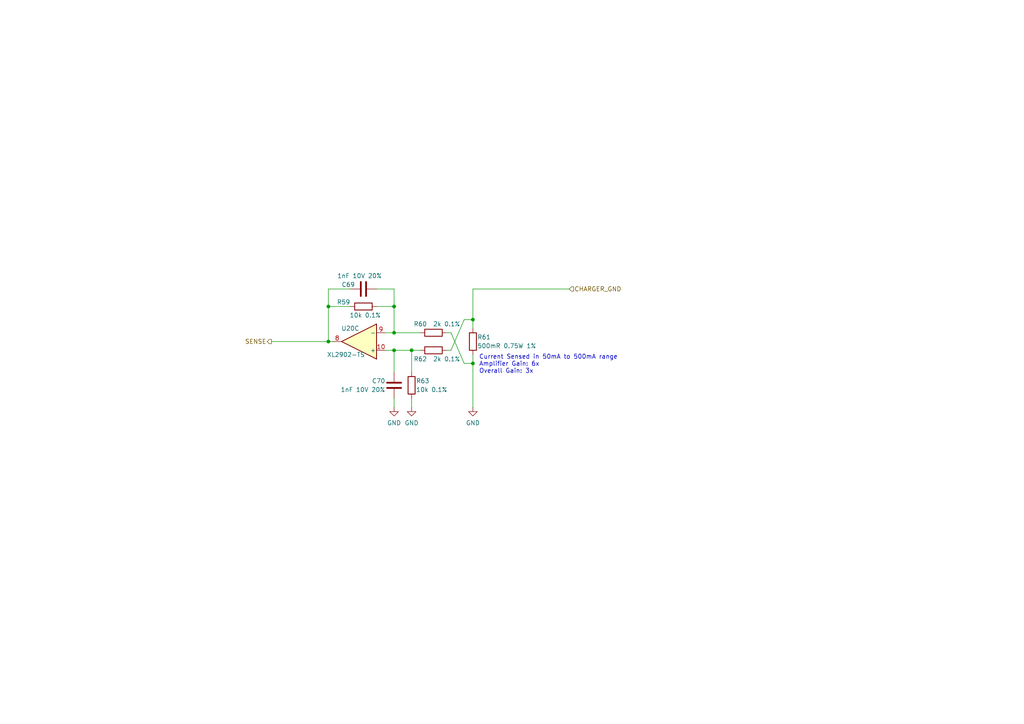
<source format=kicad_sch>
(kicad_sch (version 20231120) (generator "eeschema") (generator_version "8.0")
  (paper "A4")
  (lib_symbols
    (symbol "Amplifier_Operational:LM2902" (pin_names (offset 0.127))
      (property "Reference" "U" (at 0 5.08 0))
      (property "Value" "LM2902" (at 0 -5.08 0))
      (symbol "LM2902_1_1"
        (polyline (pts (xy -5.08 5.08) (xy 5.08 0) (xy -5.08 -5.08) (xy -5.08 5.08)) (stroke (width 0.254)) (fill (type background)))
        (pin output line (at 7.62 0 180) (length 2.54) (name "~") (number "1"))
        (pin input line (at -7.62 -2.54 0) (length 2.54) (name "-") (number "2"))
        (pin input line (at -7.62 2.54 0) (length 2.54) (name "+") (number "3"))
      )
      (symbol "LM2902_2_1"
        (polyline (pts (xy -5.08 5.08) (xy 5.08 0) (xy -5.08 -5.08) (xy -5.08 5.08)) (stroke (width 0.254)) (fill (type background)))
        (pin input line (at -7.62 2.54 0) (length 2.54) (name "+") (number "5"))
        (pin input line (at -7.62 -2.54 0) (length 2.54) (name "-") (number "6"))
        (pin output line (at 7.62 0 180) (length 2.54) (name "~") (number "7"))
      )
      (symbol "LM2902_3_1"
        (polyline (pts (xy -5.08 5.08) (xy 5.08 0) (xy -5.08 -5.08) (xy -5.08 5.08)) (stroke (width 0.254)) (fill (type background)))
        (pin input line (at -7.62 2.54 0) (length 2.54) (name "+") (number "10"))
        (pin output line (at 7.62 0 180) (length 2.54) (name "~") (number "8"))
        (pin input line (at -7.62 -2.54 0) (length 2.54) (name "-") (number "9"))
      )
      (symbol "LM2902_4_1"
        (polyline (pts (xy -5.08 5.08) (xy 5.08 0) (xy -5.08 -5.08) (xy -5.08 5.08)) (stroke (width 0.254)) (fill (type background)))
        (pin input line (at -7.62 2.54 0) (length 2.54) (name "+") (number "12"))
        (pin input line (at -7.62 -2.54 0) (length 2.54) (name "-") (number "13"))
        (pin output line (at 7.62 0 180) (length 2.54) (name "~") (number "14"))
      )
      (symbol "LM2902_5_1"
        (pin power_in line (at -2.54 -7.62 90) (length 3.81) (name "V-") (number "11"))
        (pin power_in line (at -2.54 7.62 270) (length 3.81) (name "V+") (number "4"))
      )
    )
    (symbol "Device:C" (pin_numbers hide) (pin_names (offset 0.254))
      (property "Reference" "C" (at 0.635 2.54 0))
      (property "Value" "C" (at 0.635 -2.54 0))
      (symbol "C_0_1"
        (polyline (pts (xy -2.032 -0.762) (xy 2.032 -0.762)) (stroke (width 0.508)))
        (polyline (pts (xy -2.032 0.762) (xy 2.032 0.762)) (stroke (width 0.508)))
      )
      (symbol "C_1_1"
        (pin passive line (at 0 3.81 270) (length 2.794) (name "~") (number "1"))
        (pin passive line (at 0 -3.81 90) (length 2.794) (name "~") (number "2"))
      )
    )
    (symbol "Device:R" (pin_numbers hide) (pin_names (offset 0))
      (property "Reference" "R" (at 2.032 0 90))
      (property "Value" "R" (at 0 0 90))
      (symbol "R_0_1"
        (rectangle (start -1.016 -2.54) (end 1.016 2.54) (stroke (width 0.254)))
      )
      (symbol "R_1_1"
        (pin passive line (at 0 3.81 270) (length 1.27) (name "~") (number "1"))
        (pin passive line (at 0 -3.81 90) (length 1.27) (name "~") (number "2"))
      )
    )
    (symbol "power:GND" (power) (pin_names (offset 0))
      (property "Value" "GND" (at 0 -3.81 0))
      (symbol "GND_0_1"
        (polyline (pts (xy 0 0) (xy 0 -1.27) (xy 1.27 -1.27) (xy 0 -2.54) (xy -1.27 -1.27) (xy 0 -1.27)))
      )
      (symbol "GND_1_1"
        (pin power_in line (at 0 0 270) (length 0) hide (name "GND") (number "1"))
      )
    )
  )
  (junction (at 137.16 92.71))
  (junction (at 95.25 99.06))
  (junction (at 95.25 88.9))
  (junction (at 119.38 101.6))
  (junction (at 114.3 96.52))
  (junction (at 137.16 105.41))
  (junction (at 114.3 101.6))
  (junction (at 114.3 88.9))
  (wire (pts (xy 137.16 83.82) (xy 165.1 83.82)))
  (wire (pts (xy 95.25 99.06) (xy 78.74 99.06)))
  (wire (pts (xy 121.92 101.6) (xy 119.38 101.6)))
  (wire (pts (xy 119.38 115.57) (xy 119.38 118.11)))
  (wire (pts (xy 109.22 88.9) (xy 114.3 88.9)))
  (wire (pts (xy 114.3 88.9) (xy 114.3 96.52)))
  (wire (pts (xy 114.3 96.52) (xy 111.76 96.52)))
  (wire (pts (xy 130.81 101.6) (xy 134.62 92.71)))
  (wire (pts (xy 101.6 83.82) (xy 95.25 83.82)))
  (wire (pts (xy 134.62 105.41) (xy 137.16 105.41)))
  (wire (pts (xy 137.16 105.41) (xy 137.16 102.87)))
  (wire (pts (xy 101.6 88.9) (xy 95.25 88.9)))
  (wire (pts (xy 114.3 115.57) (xy 114.3 118.11)))
  (wire (pts (xy 114.3 101.6) (xy 111.76 101.6)))
  (wire (pts (xy 114.3 101.6) (xy 114.3 107.95)))
  (wire (pts (xy 119.38 101.6) (xy 119.38 107.95)))
  (wire (pts (xy 137.16 92.71) (xy 137.16 95.25)))
  (wire (pts (xy 129.54 96.52) (xy 130.81 96.52)))
  (wire (pts (xy 129.54 101.6) (xy 130.81 101.6)))
  (wire (pts (xy 95.25 83.82) (xy 95.25 88.9)))
  (wire (pts (xy 130.81 96.52) (xy 134.62 105.41)))
  (wire (pts (xy 96.52 99.06) (xy 95.25 99.06)))
  (wire (pts (xy 134.62 92.71) (xy 137.16 92.71)))
  (wire (pts (xy 109.22 83.82) (xy 114.3 83.82)))
  (wire (pts (xy 137.16 105.41) (xy 137.16 118.11)))
  (wire (pts (xy 137.16 83.82) (xy 137.16 92.71)))
  (wire (pts (xy 114.3 83.82) (xy 114.3 88.9)))
  (wire (pts (xy 95.25 88.9) (xy 95.25 99.06)))
  (wire (pts (xy 119.38 101.6) (xy 114.3 101.6)))
  (wire (pts (xy 121.92 96.52) (xy 114.3 96.52)))
  (text "Current Sensed in 50mA to 500mA range\nAmplifier Gain: 6x\nOverall Gain: 3x" (at 138.938 108.458 0) (effects (font (size 1.27 1.27)) (justify left bottom)))
  (hierarchical_label "CHARGER_GND" (shape input) (at 165.1 83.82 0))
  (hierarchical_label "SENSE" (shape output) (at 78.74 99.06 180))
  (symbol (lib_id "Amplifier_Operational:LM2902") (at 104.14 99.06 180) (unit 2)
    (property "Reference" "U18" (at 101.6 95.25 0))
    (property "Value" "XL2902-TS" (at 100.33 102.87 0))
    (property "Footprint" "Package_SO:TSSOP-14_4.4x5mm_P0.65mm" (effects (hide yes)))
    (property "Manufacturer" "XINLUDA" (effects (hide yes)))
    (property "Manufacturer Part Number" "XL2902-TS" (effects (hide yes)))
    (instances (project "Main" (path "" (reference "U20") (unit 3)) (path "" (reference "U18") (unit 2)) (path "" (reference "U18") (unit 1)) (path "" (reference "U20") (unit 2)) (path "" (reference "U18") (unit 3)) (path "" (reference "U18") (unit 4)) (path "" (reference "U20") (unit 4)) (path "" (reference "U20") (unit 1))))
  )
  (symbol (lib_id "Device:R") (at 105.41 88.9 90) (mirror x) (unit 1)
    (property "Reference" "R21" (at 101.6 87.63 90) (effects (justify left)))
    (property "Value" "10k 0.1%" (at 110.49 91.44 90) (effects (justify left)))
    (property "Footprint" "Resistor_SMD:R_0402_1005Metric" (effects (hide yes)))
    (property "Generic OK" "NO" (effects (hide yes)))
    (property "LCSC Part Number" "C2961361" (effects (hide yes)))
    (property "Manufacturer" "Fenghua" (effects (hide yes)))
    (property "Manufacturer Part Number" "TC02G1002BT" (effects (hide yes)))
    (instances (project "Main" (path "" (reference "R59") (unit 1)) (path "" (reference "R21") (unit 1)) (path "" (reference "R28") (unit 1)) (path "" (reference "R54") (unit 1)) (path "" (reference "R39") (unit 1)) (path "" (reference "R44") (unit 1)) (path "" (reference "R64") (unit 1)) (path "" (reference "R49") (unit 1))))
  )
  (symbol (lib_id "Device:R") (at 125.73 101.6 270) (mirror x) (unit 1)
    (property "Reference" "R24" (at 121.92 104.14 90))
    (property "Value" "2k 0.1%" (at 129.54 104.14 90))
    (property "Footprint" "Resistor_SMD:R_0402_1005Metric" (effects (hide yes)))
    (property "Manufacturer" "YAGEO" (effects (hide yes)))
    (property "Manufacturer Part Number" "RT0402BRD072KL" (effects (hide yes)))
    (property "Generic OK" "YES" (effects (hide yes)))
    (instances (project "Main" (path "" (reference "R62") (unit 1)) (path "" (reference "R24") (unit 1)) (path "" (reference "R31") (unit 1)) (path "" (reference "R57") (unit 1)) (path "" (reference "R42") (unit 1)) (path "" (reference "R47") (unit 1)) (path "" (reference "R67") (unit 1)) (path "" (reference "R52") (unit 1))))
  )
  (symbol (lib_id "Device:C") (at 114.3 111.76 0) (unit 1)
    (property "Reference" "C50" (at 111.76 110.49 0) (effects (justify right)))
    (property "Value" "1nF 10V 20%" (at 111.76 113.03 0) (effects (justify right)))
    (property "Footprint" "Capacitor_SMD:C_0402_1005Metric" (effects (hide yes)))
    (property "LCSC Part Number" "C77018" (effects (hide yes)))
    (property "Manufacturer" "Murata" (effects (hide yes)))
    (property "Manufacturer Part Number" "GRM155R71H102KA01D" (effects (hide yes)))
    (property "Generic OK" "YES" (effects (hide yes)))
    (instances (project "Main" (path "" (reference "C70") (unit 1)) (path "" (reference "C50") (unit 1)) (path "" (reference "C60") (unit 1)) (path "" (reference "C68") (unit 1)) (path "" (reference "C62") (unit 1)) (path "" (reference "C64") (unit 1)) (path "" (reference "C72") (unit 1)) (path "" (reference "C66") (unit 1))))
  )
  (symbol (lib_id "power:GND") (at 137.16 118.11 0) (mirror y) (unit 1)
    (property "Reference" "#PWR043" (effects (hide yes)))
    (property "Value" "GND" (at 137.16 122.6725 0))
    (instances (project "Main" (path "" (reference "#PWR075") (unit 1)) (path "" (reference "#PWR043") (unit 1)) (path "" (reference "#PWR049") (unit 1)) (path "" (reference "#PWR072") (unit 1)) (path "" (reference "#PWR054") (unit 1)) (path "" (reference "#PWR062") (unit 1)) (path "" (reference "#PWR079") (unit 1)) (path "" (reference "#PWR069") (unit 1))))
  )
  (symbol (lib_id "Device:R") (at 137.16 99.06 0) (mirror x) (unit 1)
    (property "Reference" "R23" (at 138.43 97.79 0) (effects (justify left)))
    (property "Value" "500mR 0.75W 1%" (at 138.43 100.33 0) (effects (justify left)))
    (property "Footprint" "Resistor_SMD:R_2010_5025Metric" (effects (hide yes)))
    (property "Manufacturer" "YAGEO" (effects (hide yes)))
    (property "Manufacturer Part Number" "RL2010FK-070R5L" (effects (hide yes)))
    (property "Generic OK" "NO" (effects (hide yes)))
    (instances (project "Main" (path "" (reference "R61") (unit 1)) (path "" (reference "R23") (unit 1)) (path "" (reference "R30") (unit 1)) (path "" (reference "R56") (unit 1)) (path "" (reference "R41") (unit 1)) (path "" (reference "R46") (unit 1)) (path "" (reference "R66") (unit 1)) (path "" (reference "R51") (unit 1))))
  )
  (symbol (lib_id "Device:C") (at 105.41 83.82 270) (unit 1)
    (property "Reference" "C49" (at 99.06 82.55 90) (effects (justify left)))
    (property "Value" "1nF 10V 20%" (at 97.79 80.01 90) (effects (justify left)))
    (property "Footprint" "Capacitor_SMD:C_0402_1005Metric" (effects (hide yes)))
    (property "LCSC Part Number" "C77018" (effects (hide yes)))
    (property "Manufacturer" "Murata" (effects (hide yes)))
    (property "Manufacturer Part Number" "GRM155R71H102KA01D" (effects (hide yes)))
    (property "Generic OK" "YES" (effects (hide yes)))
    (instances (project "Main" (path "" (reference "C69") (unit 1)) (path "" (reference "C49") (unit 1)) (path "" (reference "C59") (unit 1)) (path "" (reference "C67") (unit 1)) (path "" (reference "C61") (unit 1)) (path "" (reference "C63") (unit 1)) (path "" (reference "C71") (unit 1)) (path "" (reference "C65") (unit 1))))
  )
  (symbol (lib_id "power:GND") (at 119.38 118.11 0) (mirror y) (unit 1)
    (property "Reference" "#PWR042" (effects (hide yes)))
    (property "Value" "GND" (at 119.38 122.6725 0))
    (instances (project "Main" (path "" (reference "#PWR074") (unit 1)) (path "" (reference "#PWR042") (unit 1)) (path "" (reference "#PWR047") (unit 1)) (path "" (reference "#PWR071") (unit 1)) (path "" (reference "#PWR053") (unit 1)) (path "" (reference "#PWR060") (unit 1)) (path "" (reference "#PWR077") (unit 1)) (path "" (reference "#PWR068") (unit 1))))
  )
  (symbol (lib_id "Device:R") (at 119.38 111.76 0) (mirror x) (unit 1)
    (property "Reference" "R25" (at 120.65 110.49 0) (effects (justify left)))
    (property "Value" "10k 0.1%" (at 120.65 113.03 0) (effects (justify left)))
    (property "Footprint" "Resistor_SMD:R_0402_1005Metric" (effects (hide yes)))
    (property "Generic OK" "NO" (effects (hide yes)))
    (property "LCSC Part Number" "C2961361" (effects (hide yes)))
    (property "Manufacturer" "Fenghua" (effects (hide yes)))
    (property "Manufacturer Part Number" "TC02G1002BT" (effects (hide yes)))
    (instances (project "Main" (path "" (reference "R63") (unit 1)) (path "" (reference "R25") (unit 1)) (path "" (reference "R32") (unit 1)) (path "" (reference "R58") (unit 1)) (path "" (reference "R43") (unit 1)) (path "" (reference "R48") (unit 1)) (path "" (reference "R68") (unit 1)) (path "" (reference "R53") (unit 1))))
  )
  (symbol (lib_id "Device:R") (at 125.73 96.52 270) (mirror x) (unit 1)
    (property "Reference" "R22" (at 121.92 93.98 90))
    (property "Value" "2k 0.1%" (at 129.54 93.98 90))
    (property "Footprint" "Resistor_SMD:R_0402_1005Metric" (effects (hide yes)))
    (property "Manufacturer" "YAGEO" (effects (hide yes)))
    (property "Manufacturer Part Number" "RT0402BRD072KL" (effects (hide yes)))
    (property "Generic OK" "YES" (effects (hide yes)))
    (instances (project "Main" (path "" (reference "R60") (unit 1)) (path "" (reference "R22") (unit 1)) (path "" (reference "R29") (unit 1)) (path "" (reference "R55") (unit 1)) (path "" (reference "R40") (unit 1)) (path "" (reference "R45") (unit 1)) (path "" (reference "R65") (unit 1)) (path "" (reference "R50") (unit 1))))
  )
  (symbol (lib_id "power:GND") (at 114.3 118.11 0) (mirror y) (unit 1)
    (property "Reference" "#PWR040" (effects (hide yes)))
    (property "Value" "GND" (at 114.3 122.6725 0))
    (instances (project "Main" (path "" (reference "#PWR073") (unit 1)) (path "" (reference "#PWR040") (unit 1)) (path "" (reference "#PWR045") (unit 1)) (path "" (reference "#PWR070") (unit 1)) (path "" (reference "#PWR050") (unit 1)) (path "" (reference "#PWR056") (unit 1)) (path "" (reference "#PWR076") (unit 1)) (path "" (reference "#PWR063") (unit 1))))
  )
)
</source>
